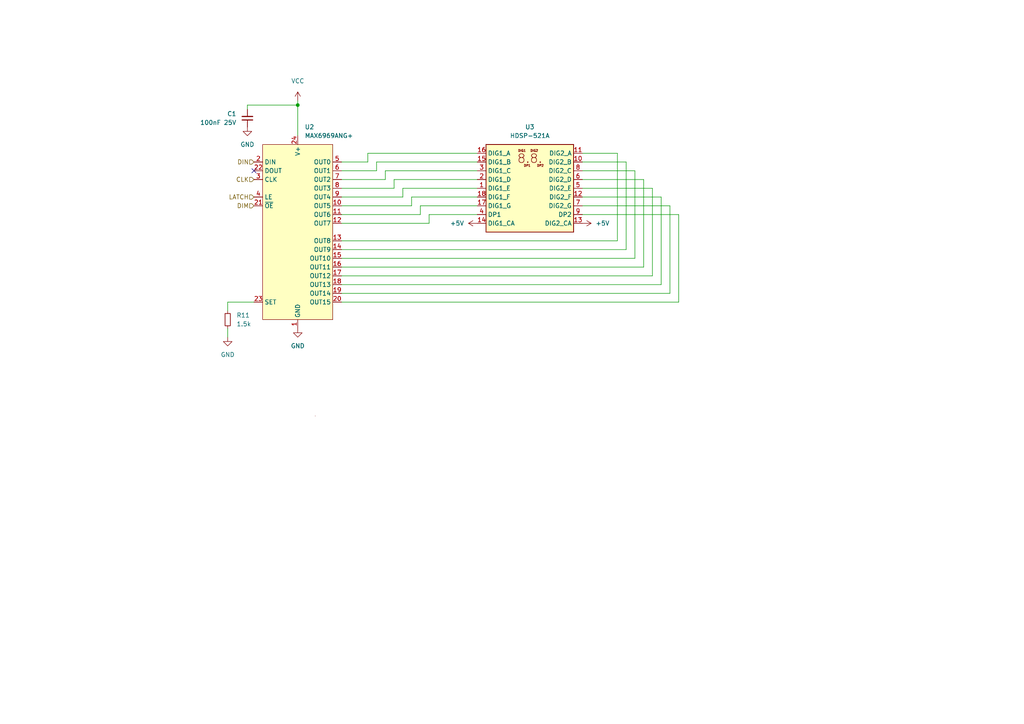
<source format=kicad_sch>
(kicad_sch (version 20211123) (generator eeschema)
  (paper "A4")
  (lib_symbols
    (symbol "Device:C_Small" (pin_numbers hide) (pin_names (offset 0.254) hide)
      (property "Reference" "C" (at 0.254 1.778 0))
      (property "Value" "C_Small" (at 0.254 -2.032 0))
      (symbol "C_Small_0_1"
        (polyline (pts (xy -1.524 -0.508) (xy 1.524 -0.508)) (stroke (width 0.3302)))
        (polyline (pts (xy -1.524 0.508) (xy 1.524 0.508)) (stroke (width 0.3048)))
      )
      (symbol "C_Small_1_1"
        (pin passive line (at 0 2.54 270) (length 2.032) (name "~") (number "1"))
        (pin passive line (at 0 -2.54 90) (length 2.032) (name "~") (number "2"))
      )
    )
    (symbol "Device:R_Small" (pin_numbers hide) (pin_names (offset 0.254) hide)
      (property "Reference" "R" (at 0.762 0.508 0))
      (property "Value" "R_Small" (at 0.762 -1.016 0))
      (symbol "R_Small_0_1"
        (rectangle (start -0.762 1.778) (end 0.762 -1.778) (stroke (width 0.2032)))
      )
      (symbol "R_Small_1_1"
        (pin passive line (at 0 2.54 270) (length 0.762) (name "~") (number "1"))
        (pin passive line (at 0 -2.54 90) (length 0.762) (name "~") (number "2"))
      )
    )
    (symbol "Display_Character:DA56-11SURKWA"
      (property "Reference" "U" (at -11.43 13.97 0))
      (property "Value" "DA56-11SURKWA" (at 12.7 13.97 0))
      (symbol "DA56-11SURKWA_0_0"
        (text "8.8." (at 0 8.636 0) (effects (font (size 2.54 2.54))))
        (text "DIG1" (at -2.286 10.922 0) (effects (font (size 0.635 0.635))))
        (text "DIG2" (at 1.27 10.922 0) (effects (font (size 0.635 0.635))))
        (text "DP1" (at -0.762 6.604 0) (effects (font (size 0.635 0.635))))
        (text "DP2" (at 3.048 6.604 0) (effects (font (size 0.635 0.635))))
      )
      (symbol "DA56-11SURKWA_0_1"
        (rectangle (start -12.7 12.7) (end 12.7 -12.7) (stroke (width 0.254)) (fill (type background)))
      )
      (symbol "DA56-11SURKWA_1_1"
        (pin input line (at -15.24 0 0) (length 2.54) (name "DIG1_E") (number "1"))
        (pin input line (at 15.24 7.62 180) (length 2.54) (name "DIG2_B") (number "10"))
        (pin input line (at 15.24 10.16 180) (length 2.54) (name "DIG2_A") (number "11"))
        (pin input line (at 15.24 -2.54 180) (length 2.54) (name "DIG2_F") (number "12"))
        (pin input line (at 15.24 -10.16 180) (length 2.54) (name "DIG2_CA") (number "13"))
        (pin input line (at -15.24 -10.16 0) (length 2.54) (name "DIG1_CA") (number "14"))
        (pin input line (at -15.24 7.62 0) (length 2.54) (name "DIG1_B") (number "15"))
        (pin input line (at -15.24 10.16 0) (length 2.54) (name "DIG1_A") (number "16"))
        (pin input line (at -15.24 -5.08 0) (length 2.54) (name "DIG1_G") (number "17"))
        (pin input line (at -15.24 -2.54 0) (length 2.54) (name "DIG1_F") (number "18"))
        (pin input line (at -15.24 2.54 0) (length 2.54) (name "DIG1_D") (number "2"))
        (pin input line (at -15.24 5.08 0) (length 2.54) (name "DIG1_C") (number "3"))
        (pin input line (at -15.24 -7.62 0) (length 2.54) (name "DP1") (number "4"))
        (pin input line (at 15.24 0 180) (length 2.54) (name "DIG2_E") (number "5"))
        (pin input line (at 15.24 2.54 180) (length 2.54) (name "DIG2_D") (number "6"))
        (pin input line (at 15.24 -5.08 180) (length 2.54) (name "DIG2_G") (number "7"))
        (pin input line (at 15.24 5.08 180) (length 2.54) (name "DIG2_C") (number "8"))
        (pin input line (at 15.24 -7.62 180) (length 2.54) (name "DP2") (number "9"))
      )
    )
    (symbol "agausmann:MAX6969ANG+"
      (property "Reference" "U" (at 15.24 -27.94 0))
      (property "Value" "MAX6969ANG+" (at 15.24 -30.48 0))
      (symbol "MAX6969ANG+_0_1"
        (rectangle (start -10.16 25.4) (end 10.16 -25.4) (fill (type background)))
        (rectangle (start 5.08 -53.34) (end 5.08 -53.34))
      )
      (symbol "MAX6969ANG+_1_1"
        (pin power_in line (at 0 -27.94 90) (length 2.54) (name "GND") (number "1"))
        (pin power_out line (at 12.7 7.62 180) (length 2.54) (name "OUT5") (number "10"))
        (pin power_out line (at 12.7 5.08 180) (length 2.54) (name "OUT6") (number "11"))
        (pin power_out line (at 12.7 2.54 180) (length 2.54) (name "OUT7") (number "12"))
        (pin power_out line (at 12.7 -2.54 180) (length 2.54) (name "OUT8") (number "13"))
        (pin power_out line (at 12.7 -5.08 180) (length 2.54) (name "OUT9") (number "14"))
        (pin power_out line (at 12.7 -7.62 180) (length 2.54) (name "OUT10") (number "15"))
        (pin power_out line (at 12.7 -10.16 180) (length 2.54) (name "OUT11") (number "16"))
        (pin power_out line (at 12.7 -12.7 180) (length 2.54) (name "OUT12") (number "17"))
        (pin power_out line (at 12.7 -15.24 180) (length 2.54) (name "OUT13") (number "18"))
        (pin power_out line (at 12.7 -17.78 180) (length 2.54) (name "OUT14") (number "19"))
        (pin input line (at -12.7 20.32 0) (length 2.54) (name "DIN") (number "2"))
        (pin power_out line (at 12.7 -20.32 180) (length 2.54) (name "OUT15") (number "20"))
        (pin input line (at -12.7 7.62 0) (length 2.54) (name "~{OE}") (number "21"))
        (pin output line (at -12.7 17.78 0) (length 2.54) (name "DOUT") (number "22"))
        (pin input line (at -12.7 -20.32 0) (length 2.54) (name "SET") (number "23"))
        (pin power_in line (at 0 27.94 270) (length 2.54) (name "V+") (number "24"))
        (pin input line (at -12.7 15.24 0) (length 2.54) (name "CLK") (number "3"))
        (pin input line (at -12.7 10.16 0) (length 2.54) (name "LE") (number "4"))
        (pin power_out line (at 12.7 20.32 180) (length 2.54) (name "OUT0") (number "5"))
        (pin power_out line (at 12.7 17.78 180) (length 2.54) (name "OUT1") (number "6"))
        (pin power_out line (at 12.7 15.24 180) (length 2.54) (name "OUT2") (number "7"))
        (pin power_out line (at 12.7 12.7 180) (length 2.54) (name "OUT3") (number "8"))
        (pin power_out line (at 12.7 10.16 180) (length 2.54) (name "OUT4") (number "9"))
      )
    )
    (symbol "power:+5V" (power) (pin_names (offset 0))
      (property "Value" "+5V" (at 0 3.556 0))
      (symbol "+5V_0_1"
        (polyline (pts (xy -0.762 1.27) (xy 0 2.54)))
        (polyline (pts (xy 0 0) (xy 0 2.54)))
        (polyline (pts (xy 0 2.54) (xy 0.762 1.27)))
      )
      (symbol "+5V_1_1"
        (pin power_in line (at 0 0 90) (length 0) hide (name "+5V") (number "1"))
      )
    )
    (symbol "power:GND" (power) (pin_names (offset 0))
      (property "Value" "GND" (at 0 -3.81 0))
      (symbol "GND_0_1"
        (polyline (pts (xy 0 0) (xy 0 -1.27) (xy 1.27 -1.27) (xy 0 -2.54) (xy -1.27 -1.27) (xy 0 -1.27)))
      )
      (symbol "GND_1_1"
        (pin power_in line (at 0 0 270) (length 0) hide (name "GND") (number "1"))
      )
    )
    (symbol "power:VCC" (power) (pin_names (offset 0))
      (property "Value" "VCC" (at 0 3.81 0))
      (symbol "VCC_0_1"
        (polyline (pts (xy -0.762 1.27) (xy 0 2.54)))
        (polyline (pts (xy 0 0) (xy 0 2.54)))
        (polyline (pts (xy 0 2.54) (xy 0.762 1.27)))
      )
      (symbol "VCC_1_1"
        (pin power_in line (at 0 0 90) (length 0) hide (name "VCC") (number "1"))
      )
    )
  )
  (junction (at 86.36 30.48))
  (no_connect (at 73.66 49.53))
  (wire (pts (xy 191.77 82.55) (xy 99.06 82.55)))
  (wire (pts (xy 121.92 62.23) (xy 121.92 59.69)))
  (wire (pts (xy 99.06 57.15) (xy 116.84 57.15)))
  (wire (pts (xy 196.85 87.63) (xy 99.06 87.63)))
  (wire (pts (xy 186.69 52.07) (xy 186.69 77.47)))
  (wire (pts (xy 99.06 85.09) (xy 194.31 85.09)))
  (wire (pts (xy 138.43 62.23) (xy 124.46 62.23)))
  (wire (pts (xy 184.15 49.53) (xy 184.15 74.93)))
  (wire (pts (xy 179.07 44.45) (xy 179.07 69.85)))
  (wire (pts (xy 186.69 77.47) (xy 99.06 77.47)))
  (wire (pts (xy 168.91 52.07) (xy 186.69 52.07)))
  (wire (pts (xy 121.92 59.69) (xy 138.43 59.69)))
  (wire (pts (xy 86.36 30.48) (xy 86.36 39.37)))
  (wire (pts (xy 109.22 46.99) (xy 109.22 49.53)))
  (wire (pts (xy 179.07 69.85) (xy 99.06 69.85)))
  (wire (pts (xy 99.06 80.01) (xy 189.23 80.01)))
  (wire (pts (xy 181.61 72.39) (xy 99.06 72.39)))
  (wire (pts (xy 194.31 59.69) (xy 168.91 59.69)))
  (wire (pts (xy 196.85 62.23) (xy 196.85 87.63)))
  (wire (pts (xy 86.36 29.21) (xy 86.36 30.48)))
  (wire (pts (xy 184.15 74.93) (xy 99.06 74.93)))
  (wire (pts (xy 189.23 80.01) (xy 189.23 54.61)))
  (wire (pts (xy 138.43 52.07) (xy 114.3 52.07)))
  (wire (pts (xy 119.38 57.15) (xy 119.38 59.69)))
  (wire (pts (xy 71.755 31.75) (xy 71.755 30.48)))
  (wire (pts (xy 189.23 54.61) (xy 168.91 54.61)))
  (wire (pts (xy 116.84 57.15) (xy 116.84 54.61)))
  (wire (pts (xy 114.3 54.61) (xy 99.06 54.61)))
  (wire (pts (xy 168.91 57.15) (xy 191.77 57.15)))
  (wire (pts (xy 138.43 46.99) (xy 109.22 46.99)))
  (wire (pts (xy 138.43 57.15) (xy 119.38 57.15)))
  (wire (pts (xy 191.77 57.15) (xy 191.77 82.55)))
  (wire (pts (xy 124.46 64.77) (xy 99.06 64.77)))
  (wire (pts (xy 181.61 46.99) (xy 181.61 72.39)))
  (wire (pts (xy 111.76 52.07) (xy 111.76 49.53)))
  (wire (pts (xy 106.68 44.45) (xy 138.43 44.45)))
  (wire (pts (xy 71.755 30.48) (xy 86.36 30.48)))
  (wire (pts (xy 119.38 59.69) (xy 99.06 59.69)))
  (wire (pts (xy 99.06 49.53) (xy 109.22 49.53)))
  (wire (pts (xy 124.46 62.23) (xy 124.46 64.77)))
  (wire (pts (xy 168.91 44.45) (xy 179.07 44.45)))
  (wire (pts (xy 106.68 46.99) (xy 106.68 44.45)))
  (wire (pts (xy 99.06 52.07) (xy 111.76 52.07)))
  (wire (pts (xy 66.04 87.63) (xy 66.04 90.17)))
  (wire (pts (xy 168.91 46.99) (xy 181.61 46.99)))
  (wire (pts (xy 66.04 95.25) (xy 66.04 97.79)))
  (wire (pts (xy 111.76 49.53) (xy 138.43 49.53)))
  (wire (pts (xy 168.91 62.23) (xy 196.85 62.23)))
  (wire (pts (xy 116.84 54.61) (xy 138.43 54.61)))
  (wire (pts (xy 73.66 87.63) (xy 66.04 87.63)))
  (wire (pts (xy 99.06 62.23) (xy 121.92 62.23)))
  (wire (pts (xy 168.91 49.53) (xy 184.15 49.53)))
  (wire (pts (xy 194.31 85.09) (xy 194.31 59.69)))
  (wire (pts (xy 114.3 52.07) (xy 114.3 54.61)))
  (wire (pts (xy 99.06 46.99) (xy 106.68 46.99)))
  (hierarchical_label "DIN" (shape input) (at 73.66 46.99 180))
  (hierarchical_label "CLK" (shape input) (at 73.66 52.07 180))
  (hierarchical_label "DIM" (shape input) (at 73.66 59.69 180))
  (hierarchical_label "LATCH" (shape input) (at 73.66 57.15 180))
  (symbol (lib_id "power:GND") (at 71.755 36.83 0) (unit 1)
    (property "Reference" "#PWR0118" (effects hide))
    (property "Value" "GND" (at 71.755 41.91 0))
  )
  (symbol (lib_id "power:GND") (at 86.36 95.25 0) (unit 1)
    (property "Reference" "#PWR0113" (effects hide))
    (property "Value" "GND" (at 86.36 100.33 0))
  )
  (symbol (lib_id "power:+5V") (at 138.43 64.77 90) (unit 1)
    (property "Reference" "#PWR0112" (effects hide))
    (property "Value" "+5V" (at 134.62 64.7699 90) (effects (justify left)))
  )
  (symbol (lib_id "Device:C_Small") (at 71.755 34.29 0) (mirror x) (unit 1)
    (property "Reference" "C1" (at 68.58 33.0135 0) (effects (justify right)))
    (property "Value" "100nF 25V" (at 68.58 35.5535 0) (effects (justify right)))
    (property "Footprint" "Capacitor_THT:C_Disc_D5.0mm_W2.5mm_P2.50mm" (effects hide))
  )
  (symbol (lib_id "power:+5V") (at 168.91 64.77 270) (unit 1)
    (property "Reference" "#PWR0111" (effects hide))
    (property "Value" "+5V" (at 172.72 64.7699 90) (effects (justify left)))
  )
  (symbol (lib_id "agausmann:MAX6969ANG+") (at 86.36 67.31 0) (unit 1)
    (property "Reference" "U2" (at 88.3794 36.83 0) (effects (justify left)))
    (property "Value" "MAX6969ANG+" (at 88.3794 39.37 0) (effects (justify left)))
    (property "Footprint" "Package_DIP:DIP-24_W7.62mm" (effects hide))
    (property "Datasheet" "https://datasheets.maximintegrated.com/en/ds/MAX6969.pdf" (effects hide))
  )
  (symbol (lib_id "Display_Character:DA56-11SURKWA") (at 153.67 54.61 0) (unit 1)
    (property "Reference" "U3" (at 153.67 36.83 0))
    (property "Value" "HDSP-521A" (at 153.67 39.37 0))
    (property "Footprint" "Display_7Segment:DA56-11SURKWA" (effects hide))
  )
  (symbol (lib_id "power:VCC") (at 86.36 29.21 0) (unit 1)
    (property "Reference" "#PWR0116" (effects hide))
    (property "Value" "VCC" (at 86.36 23.495 0))
  )
  (symbol (lib_id "Device:R_Small") (at 66.04 92.71 0) (unit 1)
    (property "Reference" "R11" (at 68.58 91.4399 0) (effects (justify left)))
    (property "Value" "1.5k" (at 68.58 93.9799 0) (effects (justify left)))
    (property "Footprint" "Resistor_THT:R_Axial_DIN0204_L3.6mm_D1.6mm_P7.62mm_Horizontal" (effects hide))
  )
  (symbol (lib_id "power:GND") (at 66.04 97.79 0) (unit 1)
    (property "Reference" "#PWR0114" (effects hide))
    (property "Value" "GND" (at 66.04 102.87 0))
  )
)
</source>
